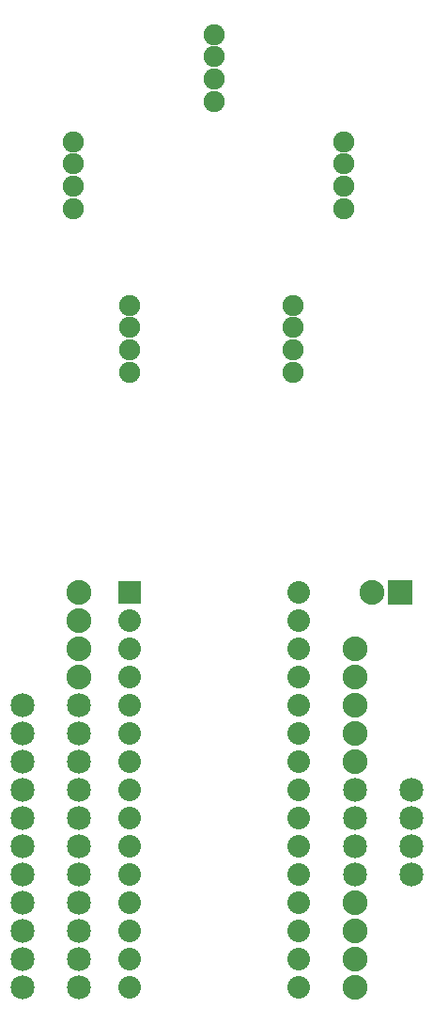
<source format=gbs>
G04 MADE WITH FRITZING*
G04 WWW.FRITZING.ORG*
G04 DOUBLE SIDED*
G04 HOLES PLATED*
G04 CONTOUR ON CENTER OF CONTOUR VECTOR*
%ASAXBY*%
%FSLAX23Y23*%
%MOIN*%
%OFA0B0*%
%SFA1.0B1.0*%
%ADD10C,0.088000*%
%ADD11C,0.080000*%
%ADD12C,0.075000*%
%ADD13C,0.085000*%
%ADD14R,0.079972X0.080000*%
%ADD15R,0.088000X0.088000*%
%LNMASK0*%
G90*
G70*
G54D10*
X1903Y1569D03*
X1903Y1469D03*
X1903Y1369D03*
X1903Y1269D03*
X1903Y1169D03*
X1903Y1569D03*
X1903Y1469D03*
X1903Y1369D03*
X1903Y1269D03*
X1903Y1169D03*
X923Y1769D03*
X923Y1669D03*
X923Y1569D03*
X923Y1469D03*
X923Y1769D03*
X923Y1669D03*
X923Y1569D03*
X923Y1469D03*
X1903Y669D03*
X1903Y569D03*
X1903Y469D03*
X1903Y369D03*
X1903Y669D03*
X1903Y569D03*
X1903Y469D03*
X1903Y369D03*
G54D11*
X1103Y1769D03*
X1103Y1669D03*
X1103Y1569D03*
X1103Y1469D03*
X1103Y1369D03*
X1103Y1269D03*
X1103Y1169D03*
X1103Y1069D03*
X1103Y969D03*
X1103Y869D03*
X1103Y769D03*
X1103Y669D03*
X1103Y569D03*
X1103Y469D03*
X1103Y369D03*
X1703Y1769D03*
X1703Y1669D03*
X1703Y1569D03*
X1703Y1469D03*
X1703Y1369D03*
X1703Y1269D03*
X1703Y1169D03*
X1703Y1069D03*
X1703Y969D03*
X1703Y869D03*
X1703Y769D03*
X1703Y669D03*
X1703Y569D03*
X1703Y469D03*
X1703Y369D03*
G54D12*
X1103Y2550D03*
X1103Y2629D03*
X1103Y2707D03*
X1103Y2786D03*
X1863Y3130D03*
X1863Y3209D03*
X1863Y3287D03*
X1863Y3366D03*
X1403Y3510D03*
X1403Y3589D03*
X1403Y3667D03*
X1403Y3746D03*
X903Y3130D03*
X903Y3209D03*
X903Y3287D03*
X903Y3366D03*
X1683Y2550D03*
X1683Y2629D03*
X1683Y2707D03*
X1683Y2786D03*
G54D10*
X2063Y1769D03*
X1963Y1769D03*
G54D13*
X723Y469D03*
X923Y469D03*
X723Y469D03*
X923Y469D03*
X723Y369D03*
X923Y369D03*
X723Y369D03*
X923Y369D03*
X2103Y769D03*
X1903Y769D03*
X2103Y769D03*
X1903Y769D03*
X723Y569D03*
X923Y569D03*
X723Y569D03*
X923Y569D03*
X723Y669D03*
X923Y669D03*
X723Y669D03*
X923Y669D03*
X723Y769D03*
X923Y769D03*
X723Y769D03*
X923Y769D03*
X723Y869D03*
X923Y869D03*
X723Y869D03*
X923Y869D03*
X723Y969D03*
X923Y969D03*
X723Y969D03*
X923Y969D03*
X723Y1069D03*
X923Y1069D03*
X723Y1069D03*
X923Y1069D03*
X2103Y869D03*
X1903Y869D03*
X2103Y869D03*
X1903Y869D03*
X2103Y969D03*
X1903Y969D03*
X2103Y969D03*
X1903Y969D03*
X2103Y1069D03*
X1903Y1069D03*
X2103Y1069D03*
X1903Y1069D03*
X723Y1369D03*
X923Y1369D03*
X723Y1369D03*
X923Y1369D03*
X723Y1269D03*
X923Y1269D03*
X723Y1269D03*
X923Y1269D03*
X723Y1169D03*
X923Y1169D03*
X723Y1169D03*
X923Y1169D03*
G54D14*
X1103Y1769D03*
G54D15*
X2063Y1769D03*
G04 End of Mask0*
M02*
</source>
